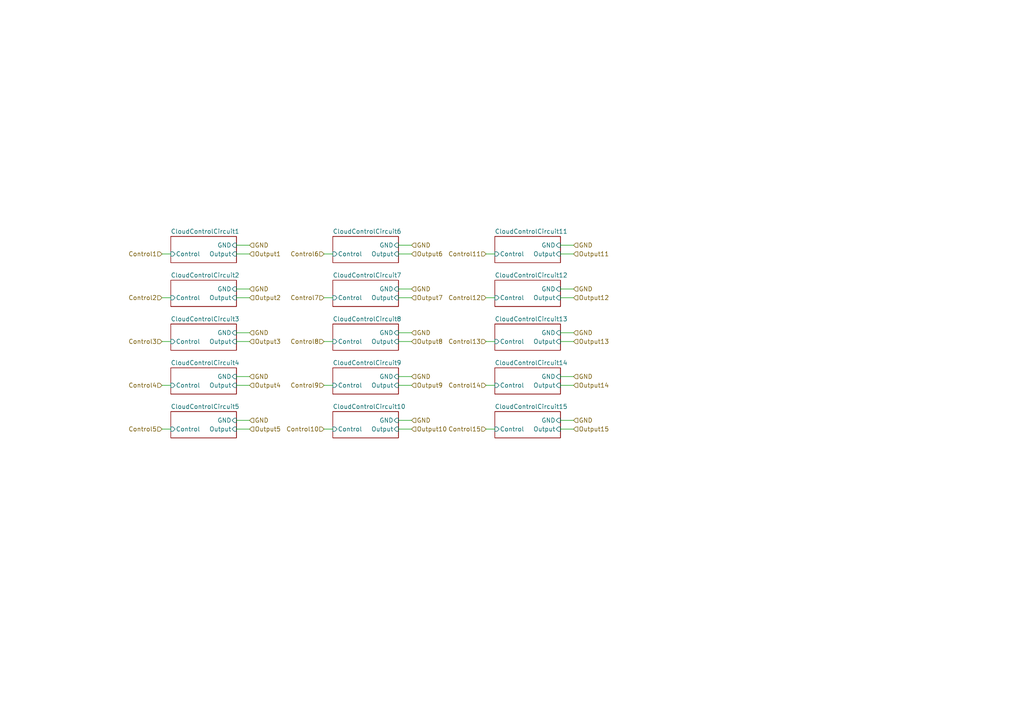
<source format=kicad_sch>
(kicad_sch (version 20230121) (generator eeschema)
  (paper "A4")
  (lib_symbols)
  (wire (pts (xy 68.58 121.92) (xy 72.39 121.92)))
  (wire (pts (xy 115.57 121.92) (xy 119.38 121.92)))
  (wire (pts (xy 162.56 83.82) (xy 166.37 83.82)))
  (wire (pts (xy 162.56 86.36) (xy 166.37 86.36)))
  (wire (pts (xy 46.99 73.66) (xy 49.53 73.66)))
  (wire (pts (xy 46.99 111.76) (xy 49.53 111.76)))
  (wire (pts (xy 68.58 109.22) (xy 72.39 109.22)))
  (wire (pts (xy 140.97 73.66) (xy 143.51 73.66)))
  (wire (pts (xy 115.57 71.12) (xy 119.38 71.12)))
  (wire (pts (xy 68.58 73.66) (xy 72.39 73.66)))
  (wire (pts (xy 162.56 109.22) (xy 166.37 109.22)))
  (wire (pts (xy 68.58 111.76) (xy 72.39 111.76)))
  (wire (pts (xy 93.98 124.46) (xy 96.52 124.46)))
  (wire (pts (xy 140.97 111.76) (xy 143.51 111.76)))
  (wire (pts (xy 115.57 111.76) (xy 119.38 111.76)))
  (wire (pts (xy 140.97 86.36) (xy 143.51 86.36)))
  (wire (pts (xy 140.97 99.06) (xy 143.51 99.06)))
  (wire (pts (xy 115.57 83.82) (xy 119.38 83.82)))
  (wire (pts (xy 46.99 86.36) (xy 49.53 86.36)))
  (wire (pts (xy 68.58 71.12) (xy 72.39 71.12)))
  (wire (pts (xy 162.56 111.76) (xy 166.37 111.76)))
  (wire (pts (xy 68.58 83.82) (xy 72.39 83.82)))
  (wire (pts (xy 162.56 121.92) (xy 166.37 121.92)))
  (wire (pts (xy 140.97 124.46) (xy 143.51 124.46)))
  (wire (pts (xy 162.56 124.46) (xy 166.37 124.46)))
  (wire (pts (xy 162.56 99.06) (xy 166.37 99.06)))
  (wire (pts (xy 115.57 96.52) (xy 119.38 96.52)))
  (wire (pts (xy 115.57 124.46) (xy 119.38 124.46)))
  (wire (pts (xy 162.56 71.12) (xy 166.37 71.12)))
  (wire (pts (xy 115.57 109.22) (xy 119.38 109.22)))
  (wire (pts (xy 68.58 124.46) (xy 72.39 124.46)))
  (wire (pts (xy 68.58 86.36) (xy 72.39 86.36)))
  (wire (pts (xy 46.99 124.46) (xy 49.53 124.46)))
  (wire (pts (xy 162.56 96.52) (xy 166.37 96.52)))
  (wire (pts (xy 93.98 111.76) (xy 96.52 111.76)))
  (wire (pts (xy 93.98 86.36) (xy 96.52 86.36)))
  (wire (pts (xy 46.99 99.06) (xy 49.53 99.06)))
  (wire (pts (xy 68.58 99.06) (xy 72.39 99.06)))
  (wire (pts (xy 68.58 96.52) (xy 72.39 96.52)))
  (wire (pts (xy 115.57 73.66) (xy 119.38 73.66)))
  (wire (pts (xy 115.57 86.36) (xy 119.38 86.36)))
  (wire (pts (xy 93.98 99.06) (xy 96.52 99.06)))
  (wire (pts (xy 93.98 73.66) (xy 96.52 73.66)))
  (wire (pts (xy 115.57 99.06) (xy 119.38 99.06)))
  (wire (pts (xy 162.56 73.66) (xy 166.37 73.66)))
  (hierarchical_label "GND" (shape input) (at 119.38 71.12 0))
  (hierarchical_label "GND" (shape input) (at 166.37 83.82 0))
  (hierarchical_label "GND" (shape input) (at 166.37 121.92 0))
  (hierarchical_label "Control7" (shape input) (at 93.98 86.36 180))
  (hierarchical_label "GND" (shape input) (at 166.37 109.22 0))
  (hierarchical_label "Control15" (shape input) (at 140.97 124.46 180))
  (hierarchical_label "Output6" (shape input) (at 119.38 73.66 0))
  (hierarchical_label "GND" (shape input) (at 72.39 71.12 0))
  (hierarchical_label "GND" (shape input) (at 119.38 96.52 0))
  (hierarchical_label "Output8" (shape input) (at 119.38 99.06 0))
  (hierarchical_label "GND" (shape input) (at 166.37 96.52 0))
  (hierarchical_label "Control10" (shape input) (at 93.98 124.46 180))
  (hierarchical_label "Output12" (shape input) (at 166.37 86.36 0))
  (hierarchical_label "Output10" (shape input) (at 119.38 124.46 0))
  (hierarchical_label "Control8" (shape input) (at 93.98 99.06 180))
  (hierarchical_label "Control5" (shape input) (at 46.99 124.46 180))
  (hierarchical_label "Control4" (shape input) (at 46.99 111.76 180))
  (hierarchical_label "Output4" (shape input) (at 72.39 111.76 0))
  (hierarchical_label "GND" (shape input) (at 119.38 121.92 0))
  (hierarchical_label "Output2" (shape input) (at 72.39 86.36 0))
  (hierarchical_label "GND" (shape input) (at 72.39 109.22 0))
  (hierarchical_label "GND" (shape input) (at 166.37 71.12 0))
  (hierarchical_label "Control12" (shape input) (at 140.97 86.36 180))
  (hierarchical_label "Output9" (shape input) (at 119.38 111.76 0))
  (hierarchical_label "GND" (shape input) (at 72.39 83.82 0))
  (hierarchical_label "Control11" (shape input) (at 140.97 73.66 180))
  (hierarchical_label "Control13" (shape input) (at 140.97 99.06 180))
  (hierarchical_label "GND" (shape input) (at 119.38 83.82 0))
  (hierarchical_label "Output15" (shape input) (at 166.37 124.46 0))
  (hierarchical_label "Output14" (shape input) (at 166.37 111.76 0))
  (hierarchical_label "Output1" (shape input) (at 72.39 73.66 0))
  (hierarchical_label "Output3" (shape input) (at 72.39 99.06 0))
  (hierarchical_label "GND" (shape input) (at 72.39 121.92 0))
  (hierarchical_label "Control2" (shape input) (at 46.99 86.36 180))
  (hierarchical_label "Output5" (shape input) (at 72.39 124.46 0))
  (hierarchical_label "Control14" (shape input) (at 140.97 111.76 180))
  (hierarchical_label "GND" (shape input) (at 119.38 109.22 0))
  (hierarchical_label "GND" (shape input) (at 72.39 96.52 0))
  (hierarchical_label "Output13" (shape input) (at 166.37 99.06 0))
  (hierarchical_label "Control1" (shape input) (at 46.99 73.66 180))
  (hierarchical_label "Output7" (shape input) (at 119.38 86.36 0))
  (hierarchical_label "Control3" (shape input) (at 46.99 99.06 180))
  (hierarchical_label "Output11" (shape input) (at 166.37 73.66 0))
  (hierarchical_label "Control6" (shape input) (at 93.98 73.66 180))
  (hierarchical_label "Control9" (shape input) (at 93.98 111.76 180))
  (sheet (at 49.53 68.58) (size 19.05 7.62) (stroke (width 0.1524))
    (property "Sheetname" "CloudControlCircuit1" (at 49.53 67.8684 0) (effects (justify left bottom)))
    (property "Sheetfile" "CloudControlCircuit1.kicad_sch" (effects hide))
    (pin "GND" input (at 68.58 71.12 0))
    (pin "Output" input (at 68.58 73.66 0))
    (pin "Control" input (at 49.53 73.66 180))
  )
  (sheet (at 96.52 81.28) (size 19.05 7.62) (stroke (width 0.1524))
    (property "Sheetname" "CloudControlCircuit7" (at 96.52 80.5684 0) (effects (justify left bottom)))
    (property "Sheetfile" "CloudControlCircuit1.kicad_sch" (effects hide))
    (pin "GND" input (at 115.57 83.82 0))
    (pin "Output" input (at 115.57 86.36 0))
    (pin "Control" input (at 96.52 86.36 180))
  )
  (sheet (at 96.52 119.38) (size 19.05 7.62) (stroke (width 0.1524))
    (property "Sheetname" "CloudControlCircuit10" (at 96.52 118.6684 0) (effects (justify left bottom)))
    (property "Sheetfile" "CloudControlCircuit1.kicad_sch" (effects hide))
    (pin "GND" input (at 115.57 121.92 0))
    (pin "Output" input (at 115.57 124.46 0))
    (pin "Control" input (at 96.52 124.46 180))
  )
  (sheet (at 96.52 68.58) (size 19.05 7.62) (stroke (width 0.1524))
    (property "Sheetname" "CloudControlCircuit6" (at 96.52 67.8684 0) (effects (justify left bottom)))
    (property "Sheetfile" "CloudControlCircuit1.kicad_sch" (effects hide))
    (pin "GND" input (at 115.57 71.12 0))
    (pin "Output" input (at 115.57 73.66 0))
    (pin "Control" input (at 96.52 73.66 180))
  )
  (sheet (at 96.52 93.98) (size 19.05 7.62) (stroke (width 0.1524))
    (property "Sheetname" "CloudControlCircuit8" (at 96.52 93.2684 0) (effects (justify left bottom)))
    (property "Sheetfile" "CloudControlCircuit1.kicad_sch" (effects hide))
    (pin "GND" input (at 115.57 96.52 0))
    (pin "Output" input (at 115.57 99.06 0))
    (pin "Control" input (at 96.52 99.06 180))
  )
  (sheet (at 143.51 93.98) (size 19.05 7.62) (stroke (width 0.1524))
    (property "Sheetname" "CloudControlCircuit13" (at 143.51 93.2684 0) (effects (justify left bottom)))
    (property "Sheetfile" "CloudControlCircuit1.kicad_sch" (effects hide))
    (pin "GND" input (at 162.56 96.52 0))
    (pin "Output" input (at 162.56 99.06 0))
    (pin "Control" input (at 143.51 99.06 180))
  )
  (sheet (at 49.53 106.68) (size 19.05 7.62) (stroke (width 0.1524))
    (property "Sheetname" "CloudControlCircuit4" (at 49.53 105.9684 0) (effects (justify left bottom)))
    (property "Sheetfile" "CloudControlCircuit1.kicad_sch" (effects hide))
    (pin "GND" input (at 68.58 109.22 0))
    (pin "Output" input (at 68.58 111.76 0))
    (pin "Control" input (at 49.53 111.76 180))
  )
  (sheet (at 143.51 68.58) (size 19.05 7.62) (stroke (width 0.1524))
    (property "Sheetname" "CloudControlCircuit11" (at 143.51 67.8684 0) (effects (justify left bottom)))
    (property "Sheetfile" "CloudControlCircuit1.kicad_sch" (effects hide))
    (pin "GND" input (at 162.56 71.12 0))
    (pin "Output" input (at 162.56 73.66 0))
    (pin "Control" input (at 143.51 73.66 180))
  )
  (sheet (at 96.52 106.68) (size 19.05 7.62) (stroke (width 0.1524))
    (property "Sheetname" "CloudControlCircuit9" (at 96.52 105.9684 0) (effects (justify left bottom)))
    (property "Sheetfile" "CloudControlCircuit1.kicad_sch" (effects hide))
    (pin "GND" input (at 115.57 109.22 0))
    (pin "Output" input (at 115.57 111.76 0))
    (pin "Control" input (at 96.52 111.76 180))
  )
  (sheet (at 143.51 119.38) (size 19.05 7.62) (stroke (width 0.1524))
    (property "Sheetname" "CloudControlCircuit15" (at 143.51 118.6684 0) (effects (justify left bottom)))
    (property "Sheetfile" "CloudControlCircuit1.kicad_sch" (effects hide))
    (pin "GND" input (at 162.56 121.92 0))
    (pin "Output" input (at 162.56 124.46 0))
    (pin "Control" input (at 143.51 124.46 180))
  )
  (sheet (at 49.53 81.28) (size 19.05 7.62) (stroke (width 0.1524))
    (property "Sheetname" "CloudControlCircuit2" (at 49.53 80.5684 0) (effects (justify left bottom)))
    (property "Sheetfile" "CloudControlCircuit1.kicad_sch" (effects hide))
    (pin "GND" input (at 68.58 83.82 0))
    (pin "Output" input (at 68.58 86.36 0))
    (pin "Control" input (at 49.53 86.36 180))
  )
  (sheet (at 49.53 119.38) (size 19.05 7.62) (stroke (width 0.1524))
    (property "Sheetname" "CloudControlCircuit5" (at 49.53 118.6684 0) (effects (justify left bottom)))
    (property "Sheetfile" "CloudControlCircuit1.kicad_sch" (effects hide))
    (pin "GND" input (at 68.58 121.92 0))
    (pin "Output" input (at 68.58 124.46 0))
    (pin "Control" input (at 49.53 124.46 180))
  )
  (sheet (at 49.53 93.98) (size 19.05 7.62) (stroke (width 0.1524))
    (property "Sheetname" "CloudControlCircuit3" (at 49.53 93.2684 0) (effects (justify left bottom)))
    (property "Sheetfile" "CloudControlCircuit1.kicad_sch" (effects hide))
    (pin "GND" input (at 68.58 96.52 0))
    (pin "Output" input (at 68.58 99.06 0))
    (pin "Control" input (at 49.53 99.06 180))
  )
  (sheet (at 143.51 106.68) (size 19.05 7.62) (stroke (width 0.1524))
    (property "Sheetname" "CloudControlCircuit14" (at 143.51 105.9684 0) (effects (justify left bottom)))
    (property "Sheetfile" "CloudControlCircuit1.kicad_sch" (effects hide))
    (pin "GND" input (at 162.56 109.22 0))
    (pin "Output" input (at 162.56 111.76 0))
    (pin "Control" input (at 143.51 111.76 180))
  )
  (sheet (at 143.51 81.28) (size 19.05 7.62) (stroke (width 0.1524))
    (property "Sheetname" "CloudControlCircuit12" (at 143.51 80.5684 0) (effects (justify left bottom)))
    (property "Sheetfile" "CloudControlCircuit1.kicad_sch" (effects hide))
    (pin "GND" input (at 162.56 83.82 0))
    (pin "Output" input (at 162.56 86.36 0))
    (pin "Control" input (at 143.51 86.36 180))
  )
)
</source>
